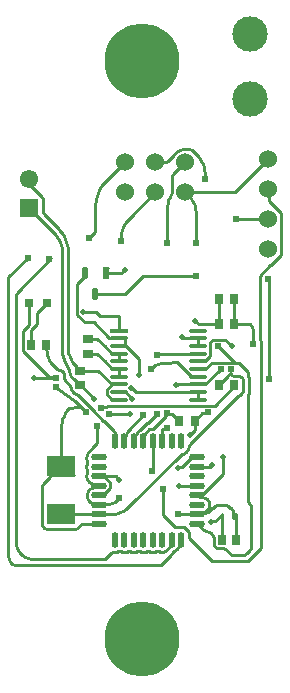
<source format=gtl>
G04*
G04 #@! TF.GenerationSoftware,Altium Limited,Altium Designer,21.7.2 (23)*
G04*
G04 Layer_Physical_Order=1*
G04 Layer_Color=255*
%FSLAX25Y25*%
%MOIN*%
G70*
G04*
G04 #@! TF.SameCoordinates,BBFDD30D-88FA-400C-AE8C-9891A4E3AC37*
G04*
G04*
G04 #@! TF.FilePolarity,Positive*
G04*
G01*
G75*
%ADD14C,0.01000*%
%ADD16R,0.03150X0.03150*%
%ADD17R,0.02987X0.03197*%
%ADD18R,0.02153X0.04168*%
G04:AMPARAMS|DCode=19|XSize=41.68mil|YSize=21.53mil|CornerRadius=10.77mil|HoleSize=0mil|Usage=FLASHONLY|Rotation=270.000|XOffset=0mil|YOffset=0mil|HoleType=Round|Shape=RoundedRectangle|*
%AMROUNDEDRECTD19*
21,1,0.04168,0.00000,0,0,270.0*
21,1,0.02015,0.02153,0,0,270.0*
1,1,0.02153,0.00000,-0.01008*
1,1,0.02153,0.00000,0.01008*
1,1,0.02153,0.00000,0.01008*
1,1,0.02153,0.00000,-0.01008*
%
%ADD19ROUNDEDRECTD19*%
%ADD20R,0.02953X0.03347*%
G04:AMPARAMS|DCode=21|XSize=58.36mil|YSize=16.46mil|CornerRadius=8.23mil|HoleSize=0mil|Usage=FLASHONLY|Rotation=0.000|XOffset=0mil|YOffset=0mil|HoleType=Round|Shape=RoundedRectangle|*
%AMROUNDEDRECTD21*
21,1,0.05836,0.00000,0,0,0.0*
21,1,0.04190,0.01646,0,0,0.0*
1,1,0.01646,0.02095,0.00000*
1,1,0.01646,-0.02095,0.00000*
1,1,0.01646,-0.02095,0.00000*
1,1,0.01646,0.02095,0.00000*
%
%ADD21ROUNDEDRECTD21*%
%ADD22R,0.05836X0.01646*%
%ADD23O,0.05315X0.02165*%
%ADD24O,0.02165X0.05315*%
%ADD25R,0.02205X0.02047*%
%ADD26R,0.03197X0.02987*%
%ADD27R,0.03347X0.02953*%
%ADD28R,0.09449X0.06693*%
%ADD29R,0.02047X0.02205*%
%ADD39C,0.11811*%
%ADD40C,0.06102*%
%ADD41R,0.06102X0.06102*%
%ADD46C,0.06000*%
%ADD47C,0.25000*%
%ADD48C,0.02000*%
%ADD49C,0.02400*%
D14*
X174218Y170161D02*
X173255Y170098D01*
X172308Y169910D01*
X171394Y169600D01*
X170528Y169173D01*
X169726Y168637D01*
X169000Y168000D01*
X174218Y170161D02*
X174230Y170161D01*
X184906Y125448D02*
X185320Y125358D01*
X186754Y120333D02*
X187641Y120856D01*
X188254Y121684D01*
X188495Y122685D01*
X188325Y123701D01*
X187771Y124570D01*
X186923Y125153D01*
X185913Y125358D01*
X194482Y165471D02*
X194767Y165724D01*
X179781Y139795D02*
X179772Y139792D01*
X179781Y139795D02*
X180719Y140315D01*
X181364Y141172D01*
X181606Y142217D01*
X179473Y139720D02*
X178947Y139447D01*
X198566Y159376D02*
X198120Y159120D01*
X154984Y119626D02*
X155964Y119674D01*
X156935Y119818D01*
X157887Y120057D01*
X158811Y120387D01*
X159698Y120807D01*
X160540Y121311D01*
X161328Y121896D01*
X162055Y122555D01*
X179473Y139720D02*
X179689Y139765D01*
X198566Y159376D02*
X199374Y159910D01*
X199686Y160827D01*
X181895Y142895D02*
X181606Y142217D01*
X144752Y159248D02*
X144093Y159538D01*
X141618Y155106D02*
X140947Y154289D01*
X140366Y153406D01*
X139882Y152466D01*
X139499Y151481D01*
X139223Y150461D01*
X139056Y149417D01*
X139000Y148361D01*
X153148Y150696D02*
X153238Y150607D01*
X151654Y129081D02*
X151639Y129097D01*
X151428Y129319D02*
X151639Y129097D01*
X193787Y108010D02*
X193081Y108301D01*
X189939Y109401D02*
X190261Y108624D01*
X191039Y108301D01*
X189939Y111360D02*
X189915Y111573D01*
X189593Y112436D01*
X189052Y113182D01*
X188331Y113758D01*
X187484Y114120D01*
X186571Y114244D01*
X152902Y104500D02*
X153608Y104791D01*
X124000Y110531D02*
X124092Y109484D01*
X124364Y108468D01*
X124808Y107515D01*
X125411Y106654D01*
X126154Y105911D01*
X127015Y105308D01*
X127968Y104864D01*
X128983Y104592D01*
X130031Y104500D01*
X132776Y116154D02*
X133215Y115093D01*
X134276Y114654D01*
X169500Y134000D02*
X169575Y134181D01*
X148947Y140841D02*
X149500Y141731D01*
X148947Y140841D02*
X148147Y140229D01*
X147642Y139357D01*
X147509Y138359D01*
X147768Y137385D01*
X199686Y164173D02*
X199247Y165234D01*
X198186Y165673D01*
X166854Y145277D02*
X166535Y144589D01*
X166425Y143839D01*
X165467Y147812D02*
X165512Y147831D01*
X166340Y148659D02*
X166329Y148649D01*
X165467Y147812D02*
X164745Y147375D01*
X164202Y146728D01*
X163897Y145941D01*
X198961Y105901D02*
X200043Y106073D01*
X201018Y106570D01*
X201793Y107344D01*
X202290Y108320D01*
X202461Y109401D01*
X184000Y219358D02*
X183952Y220338D01*
X183808Y221309D01*
X183569Y222261D01*
X183239Y223185D01*
X182819Y224072D01*
X182315Y224914D01*
X181730Y225702D01*
X181071Y226429D01*
X151357Y119500D02*
X151661Y119626D01*
X133067Y129709D02*
X132776Y129003D01*
X135464Y132106D02*
X135753Y132795D01*
X146126Y116476D02*
X145170Y115752D01*
X143724Y114654D02*
X144632Y114959D01*
X145170Y115752D01*
X144760Y159240D02*
X144752Y159248D01*
X141816Y167325D02*
X141704Y167599D01*
X139500Y173152D02*
X139650Y172215D01*
X139663Y172177D02*
X140094Y171104D01*
X153429Y229929D02*
X152770Y229202D01*
X152185Y228414D01*
X151681Y227572D01*
X151261Y226685D01*
X150931Y225761D01*
X150692Y224809D01*
X150548Y223838D01*
X150500Y222858D01*
X178464Y109133D02*
X178363Y108896D01*
X176833Y107188D02*
X177798Y107863D01*
X178363Y108896D01*
X175353Y105833D02*
X175227Y105727D01*
X175353Y105833D02*
X176409Y106861D01*
X171586Y102500D02*
X172291Y102791D01*
X121500Y105500D02*
X121647Y104573D01*
X122073Y103737D01*
X122737Y103073D01*
X123573Y102647D01*
X124500Y102500D01*
X123965Y174327D02*
X123993Y173885D01*
X124000Y173768D02*
X123993Y173885D01*
X178464Y109133D02*
X178881Y110109D01*
X179024Y111161D01*
X176833Y107188D02*
X176409Y106861D01*
X174024Y237000D02*
X174730Y237291D01*
X176399Y238960D02*
X176561Y239177D01*
X184595Y238865D02*
X184087Y239718D01*
X183404Y240438D01*
X182580Y240990D01*
X181655Y241349D01*
X180674Y241497D01*
X179684Y241425D01*
X178735Y241139D01*
X177870Y240652D01*
X177134Y239987D01*
X176561Y239177D01*
X187016Y232342D02*
X186965Y233355D01*
X186811Y234358D01*
X186556Y235341D01*
X186203Y236292D01*
X185755Y237203D01*
X185217Y238064D01*
X184595Y238865D01*
X176481Y232981D02*
X176190Y232276D01*
X176156Y228176D02*
X176190Y228428D01*
X175815Y226200D02*
X175250Y225284D01*
X174837Y224290D01*
X174585Y223244D01*
X174500Y222172D01*
X176156Y228176D02*
X176004Y226822D01*
X175815Y226200D02*
X176004Y226822D01*
X178399Y150399D02*
X178441Y150500D01*
X163777Y145634D02*
X163403Y144771D01*
X163276Y143839D01*
X163777Y145634D02*
X163897Y145941D01*
X161743Y147743D02*
X161057Y146907D01*
X160546Y145952D01*
X160232Y144916D01*
X160126Y143839D01*
X202923Y180986D02*
X202707Y182076D01*
X202089Y183000D01*
X147769Y133363D02*
X147507Y132357D01*
X147664Y131328D01*
X148214Y130446D01*
X149068Y129851D01*
X150087Y129642D01*
X151428Y129319D02*
X150697Y129642D01*
X150080Y128930D02*
X150198Y129075D01*
X149385Y128411D02*
X149810Y128661D01*
X137567Y167933D02*
X138276Y167638D01*
X140024Y164914D02*
X140318Y164206D01*
X156685Y147315D02*
X156667Y147333D01*
X156976Y146609D02*
X156685Y147315D01*
X147769Y133363D02*
X147768Y134236D01*
X147768Y136512D02*
X147504Y135374D01*
X147768Y134236D01*
X147768Y136512D02*
Y137385D01*
X184339Y119626D02*
X185271Y119681D01*
X186190Y119845D01*
X187083Y120116D01*
X187939Y120490D01*
X188745Y120961D01*
X189489Y121525D01*
X184034Y119500D02*
X184339Y119626D01*
X184339Y119626D02*
X185496Y119784D01*
X186569Y120247D01*
X186754Y120333D02*
X186569Y120247D01*
X201686Y164173D02*
X201540Y165173D01*
X201500Y165450D02*
X201540Y165173D01*
X201540Y159827D02*
X201500Y159550D01*
Y123874D02*
X201711Y123264D01*
X202461Y121099D02*
X202268Y122245D01*
X201711Y123264D01*
X201540Y159827D02*
X201686Y160827D01*
X156487Y107051D02*
X155596Y106779D01*
X171895Y107141D02*
X171583Y107192D01*
X171895Y107141D02*
X172891Y107009D01*
X173863Y107268D01*
X174662Y107879D01*
X175167Y108748D01*
X168745Y107141D02*
X168434Y107192D01*
X170716D02*
X170399Y107139D01*
X168745Y107141D02*
X169572Y107004D01*
X170399Y107139D01*
X167566Y107192D02*
X167250Y107139D01*
X165596Y107141D02*
X166423Y107004D01*
X167250Y107139D01*
X165596Y107141D02*
X165284Y107192D01*
X162446Y107141D02*
X162134Y107192D01*
X164417D02*
X164100Y107139D01*
X162446Y107141D02*
X163273Y107004D01*
X164100Y107139D01*
X161267Y107192D02*
X160951Y107139D01*
X161929Y218429D02*
X161270Y217702D01*
X160685Y216914D01*
X160181Y216072D01*
X159761Y215185D01*
X159431Y214261D01*
X159192Y213309D01*
X159048Y212338D01*
X159000Y211358D01*
X135000Y204500D02*
X135853Y204853D01*
X124291Y193291D02*
X124000Y192586D01*
X123993Y178115D02*
X124000Y178232D01*
X123993Y178115D02*
X123965Y177673D01*
X159297Y107141D02*
X160124Y107004D01*
X160951Y107139D01*
X159297Y107141D02*
X158985Y107192D01*
X158118D02*
X157801Y107139D01*
X156487Y107051D02*
X157801Y107139D01*
X139500Y206369D02*
X139452Y207350D01*
X139308Y208320D01*
X139069Y209272D01*
X138739Y210196D01*
X138319Y211083D01*
X137815Y211925D01*
X137230Y212713D01*
X136571Y213440D01*
X141500Y206369D02*
X141455Y207413D01*
X141319Y208449D01*
X141093Y209469D01*
X140779Y210465D01*
X140381Y211430D01*
X139899Y212357D01*
X139339Y213239D01*
X138704Y214069D01*
X138000Y214840D01*
X141552Y172834D02*
X141886Y171994D01*
X142295Y171188D01*
X142774Y170423D01*
X143321Y169703D01*
X143931Y169036D01*
X132984Y220270D02*
X133275Y219565D01*
X141500Y173147D02*
X141552Y172834D01*
X175252Y108930D02*
X175167Y108748D01*
X175252Y108930D02*
X175716Y110003D01*
X175874Y111161D01*
X153130Y122776D02*
X154121Y122841D01*
X155095Y123034D01*
X156036Y123354D01*
X156927Y123793D01*
X157753Y124345D01*
X158500Y125000D01*
X149867Y123276D02*
X150730Y122903D01*
X151661Y122776D01*
X149867Y123276D02*
X149555Y123398D01*
X149385Y128411D02*
X148513Y127973D01*
X147866Y127244D01*
X147535Y126327D01*
X147568Y125352D01*
X147960Y124459D01*
X148655Y123775D01*
X149555Y123398D01*
X195372Y121761D02*
X194819Y122372D01*
X194026Y122599D01*
X196470Y120591D02*
X196474Y120587D01*
X191039Y122599D02*
X190268Y122385D01*
X189716Y121806D01*
X195535Y166673D02*
X195828Y165966D01*
X196535Y165673D01*
X193833Y164710D02*
X193513Y164421D01*
X193908Y164876D02*
X193833Y164710D01*
X194243Y165299D02*
X193908Y164876D01*
X194720Y165857D02*
X194655Y165785D01*
X194243Y165299D02*
X194353Y165414D01*
X139650Y172215D02*
X139653Y172204D01*
X139663Y172177D01*
X142401Y161708D02*
X142110Y162413D01*
X140024Y166138D02*
X139584Y167198D01*
X138524Y167638D01*
X134089Y174816D02*
X134217Y173813D01*
X134446Y172827D01*
X134774Y171870D01*
X135196Y170951D01*
X135710Y170080D01*
X136308Y169264D01*
X136986Y168514D01*
X142492Y165459D02*
X143242Y164627D01*
X143670Y164362D02*
X143414Y164542D01*
X131861Y226177D02*
X132133Y225982D01*
X128433Y230019D02*
X128725Y229314D01*
X132984Y224630D02*
X132754Y225429D01*
X132133Y225982D01*
X195372Y121761D02*
X195555Y121506D01*
X189489Y121525D02*
X189716Y121806D01*
X128941Y181006D02*
X131069Y183134D01*
Y186797D01*
X134272Y190000D01*
X128941Y176000D02*
Y181006D01*
Y176000D02*
X129571Y176630D01*
X160229Y201000D02*
X160500D01*
X154102Y199952D02*
X159181D01*
X160229Y201000D01*
X154102Y199952D02*
Y200959D01*
X154679Y201536D01*
X192533Y111000D02*
Y119395D01*
X189000Y117000D02*
X189191Y117191D01*
X192533Y119395D02*
Y119500D01*
X190329Y117191D02*
X192533Y119395D01*
X189191Y117191D02*
X190329D01*
X162832Y158040D02*
Y158062D01*
X160587Y160307D02*
X162832Y158062D01*
X158332Y160307D02*
X160587D01*
X130000Y165000D02*
X130035Y165035D01*
X137500D01*
X126365Y180693D02*
X128366Y182694D01*
X126365Y173871D02*
Y180693D01*
X128366Y182694D02*
Y190000D01*
X126365Y173871D02*
X134976Y165259D01*
X137276D01*
X137500Y165035D01*
X178414Y128907D02*
X178583Y129075D01*
X184339D01*
X153236Y132224D02*
X157276D01*
X151661D02*
X153236D01*
X157276D02*
X158500Y131000D01*
X153236Y132224D02*
X155419Y130042D01*
X153173Y125925D02*
X155419Y128171D01*
Y130042D01*
X151661Y125925D02*
X153173D01*
X183739Y184128D02*
X184867Y183000D01*
X191806D01*
X179500Y178500D02*
X179656Y178344D01*
X184695D02*
X184818Y178220D01*
X179656Y178344D02*
X184695D01*
X177500Y162500D02*
X177771D01*
X178137Y162866D01*
X187074D01*
X191941Y167476D02*
X192465Y168000D01*
X187074Y162866D02*
X191684Y167476D01*
X191941D01*
X184818Y175661D02*
Y178220D01*
X191806Y183000D02*
Y191481D01*
X155000Y153000D02*
X162000D01*
X160053Y178220D02*
X160352Y177922D01*
Y175897D02*
Y177922D01*
Y175897D02*
X165000Y171249D01*
X158332Y178220D02*
X160053D01*
X165000Y166000D02*
Y171249D01*
X162527Y161516D02*
X162798D01*
X164006Y160307D02*
X184818D01*
X162798Y161516D02*
X164006Y160307D01*
X156077Y162866D02*
X158332D01*
X154314Y161103D02*
X156077Y162866D01*
X154314Y159511D02*
Y161103D01*
Y159511D02*
X156077Y157748D01*
X158332D01*
X145605Y162533D02*
X150000Y158138D01*
Y158000D02*
Y158138D01*
X145500Y162533D02*
X145605D01*
X174230Y170161D02*
X174230D01*
X171000Y172500D02*
X171379D01*
X171981Y173102D01*
X174230Y170161D02*
X177468Y170200D01*
X185320Y125358D02*
X185913D01*
X184906Y125448D02*
X185436D01*
X183559Y150500D02*
Y150697D01*
Y147559D02*
Y150500D01*
X185436Y125448D02*
X193000Y133012D01*
Y138500D01*
X189229Y136000D02*
X189500D01*
X182000Y146000D02*
X183559Y147559D01*
X181895Y142895D02*
X198120Y159120D01*
X179473Y139720D02*
Y139720D01*
X179781Y139795D02*
Y139795D01*
X162055Y122555D02*
X178947Y139447D01*
X181895Y142895D02*
X181895Y142895D01*
X179689Y139765D02*
X179772Y139792D01*
X184000Y210000D02*
Y219358D01*
X152500Y155000D02*
X152768Y155268D01*
X154547Y155800D02*
X190207D01*
X196710Y162303D01*
X152768Y155268D02*
X154015D01*
X196710Y162303D02*
Y162500D01*
X154015Y155268D02*
X154547Y155800D01*
X143446Y159939D02*
X144093Y159538D01*
X142401Y161276D02*
X142801Y160583D01*
X149800Y154453D02*
X153148Y150696D01*
X144760Y159240D02*
X145346Y158654D01*
X141618Y155106D02*
X144740Y155432D01*
X145568D01*
X137725Y161706D02*
X138042Y161389D01*
X145346Y158654D02*
X148453Y155800D01*
X143568Y157432D02*
X145568Y155432D01*
X147500Y153500D01*
X138042Y161389D02*
X143568Y157432D01*
X142801Y160583D02*
X143446Y159939D01*
X148453Y155800D02*
X149800Y154453D01*
X142401Y161276D02*
Y161708D01*
X137500Y161965D02*
X137725Y161706D01*
X158332Y157748D02*
X160587D01*
X158332Y162866D02*
X160588D01*
X158332Y165425D02*
Y167984D01*
Y170543D02*
Y173102D01*
X153560Y175619D02*
X156077Y173102D01*
X143931Y169036D02*
X144391Y168576D01*
X145500Y167467D02*
X151476D01*
X156077Y162866D01*
X153560Y170501D02*
X156077Y167984D01*
X148000Y172941D02*
X151173D01*
X153560Y170554D01*
Y170501D02*
Y170554D01*
X156077Y167984D02*
X158332D01*
X151173Y178059D02*
X153560Y175673D01*
X148000Y178059D02*
X151173D01*
X153560Y175619D02*
Y175673D01*
X156077Y173102D02*
X158332D01*
X150000Y183500D02*
X155156Y178344D01*
X158209D02*
X158332Y178220D01*
X155156Y178344D02*
X158209D01*
X158332Y180779D02*
Y185516D01*
X149810Y128661D02*
X149810Y128661D01*
X150080Y128930D02*
X150080Y128930D01*
X151654Y129075D02*
X151661Y129075D01*
X151654Y129075D02*
Y129081D01*
Y129081D01*
X150198Y129075D02*
X151654D01*
X151661D01*
X188603Y135374D02*
X189229Y136000D01*
X184339Y135374D02*
X188603D01*
X184818Y157748D02*
Y160307D01*
X188836Y177042D02*
X189594Y177800D01*
X188836Y172306D02*
Y177042D01*
X187074Y170543D02*
X188836Y172306D01*
X184818Y170543D02*
X187074D01*
X187074Y167984D02*
X189213Y170124D01*
X196876D01*
X184818Y167984D02*
X187074D01*
X196876Y170124D02*
X198376D01*
X191500Y175500D02*
X196876Y170124D01*
X171981Y173102D02*
X184818D01*
X177468Y170200D02*
X177788D01*
X182563Y165425D02*
X184818D01*
X177788Y170200D02*
X182563Y165425D01*
X144400Y196446D02*
X146898Y198944D01*
X144400Y186130D02*
X147030Y183500D01*
X150000D01*
X146898Y198944D02*
Y199952D01*
X144400Y186130D02*
Y196446D01*
X150500Y193048D02*
X160450D01*
X166402Y199000D01*
X195895Y105901D02*
X198961Y105901D01*
X191039Y108301D02*
X193081D01*
X184339Y116476D02*
X186571Y114244D01*
X189939Y109401D02*
Y111360D01*
X193787Y108010D02*
X195895Y105901D01*
X124000Y110531D02*
Y173768D01*
X153608Y104791D02*
X155596Y106779D01*
X153608Y104791D02*
X153608Y104791D01*
X130031Y104500D02*
X152902D01*
X132776Y116154D02*
Y129003D01*
X134276Y114654D02*
X143724D01*
X179431Y135191D02*
X182764Y138524D01*
X178000Y135000D02*
X178191Y135191D01*
X182764Y138524D02*
X184339D01*
X178191Y135191D02*
X179431D01*
X169575Y134181D02*
Y143839D01*
X153238Y150607D02*
X156667Y147333D01*
X149500Y141731D02*
X151000Y143231D01*
Y149000D01*
X150600Y187000D02*
X152085Y185516D01*
X146500Y187000D02*
X150600D01*
X152085Y185516D02*
X158332D01*
X196535Y165673D02*
X198186D01*
X199686Y160827D02*
Y164173D01*
X193700Y177800D02*
X196000Y175500D01*
X189594Y177800D02*
X193700D01*
X148500Y211500D02*
X150500Y213500D01*
Y222858D01*
X197500Y218000D02*
X208000D01*
X208500Y164500D02*
Y198000D01*
X172724Y148000D02*
X174500D01*
X201239Y103901D02*
X205624Y108286D01*
X205300Y177751D02*
X205624Y177428D01*
X212500Y206136D02*
Y219864D01*
X205300Y177751D02*
Y199118D01*
X208991Y202627D02*
X212500Y206136D01*
X208809Y202627D02*
X208991D01*
X205300Y199118D02*
X208809Y202627D01*
X205624Y108286D02*
Y177428D01*
X208000Y198000D02*
X208500D01*
X174334Y148166D02*
X174500Y148000D01*
X174334Y148166D02*
Y148312D01*
X172724Y143839D02*
Y148000D01*
X166425Y143839D02*
Y145729D01*
X173700Y152121D02*
X174500Y152921D01*
X173700Y152055D02*
Y152121D01*
X173659Y152014D02*
X173700Y152055D01*
X168505Y147996D02*
X169815D01*
X173659Y151841D01*
X166992Y146483D02*
X168505Y147996D01*
X166992Y146296D02*
Y146483D01*
X174500Y152921D02*
Y153300D01*
X166425Y145729D02*
X166992Y146296D01*
X173659Y151841D02*
Y152014D01*
X166340Y148659D02*
X167677Y149996D01*
X167996D02*
X171000Y153000D01*
X167677Y149996D02*
X167996D01*
X165512Y147831D02*
X166329Y148649D01*
X161743Y147743D02*
X166500Y152500D01*
X176106Y153032D02*
X178441Y150697D01*
X174500Y153300D02*
X174768Y153032D01*
X178441Y150500D02*
Y150697D01*
X174768Y153032D02*
X176106D01*
X173000Y119263D02*
Y128000D01*
X176944Y115319D02*
X180093D01*
X173000Y119263D02*
X176944Y115319D01*
X180093D02*
X181606Y113806D01*
X189270Y103901D02*
X201239D01*
X181606Y111565D02*
X189270Y103901D01*
X181606Y111565D02*
Y113806D01*
X208278Y224086D02*
X212500Y219864D01*
X208278Y224086D02*
Y227722D01*
X208000Y228000D02*
X208278Y227722D01*
X202461Y109401D02*
Y121099D01*
X197000Y227000D02*
X208000Y238000D01*
X180500Y227000D02*
X197000D01*
X139000Y135642D02*
Y148361D01*
X151661Y119626D02*
X154984D01*
X139000Y119500D02*
X151357D01*
X135753Y132795D02*
X143224D01*
X135753D02*
X135753D01*
X135464Y132106D02*
X135464Y132106D01*
X133067Y129709D02*
X135464Y132106D01*
X133067Y129709D02*
X133067Y129709D01*
X146126Y116476D02*
X151661D01*
X146126D02*
X146126D01*
X139000Y135642D02*
X143224Y132795D01*
X141816Y167325D02*
X142492Y165459D01*
X140094Y171104D02*
X141704Y167599D01*
X139500Y173152D02*
X139500Y206369D01*
X153429Y229929D02*
X160500Y237000D01*
X196740Y183000D02*
Y191481D01*
X121500Y198500D02*
X128000Y205000D01*
X178363Y108896D02*
X178363Y108896D01*
X172291Y102791D02*
X175227Y105727D01*
X172291Y102791D02*
X172291Y102791D01*
X124500Y102500D02*
X171586D01*
X121500Y105500D02*
Y198500D01*
X135853Y204853D02*
X135853Y204853D01*
X124291Y193291D02*
X135853Y204853D01*
X170500Y237000D02*
X174024D01*
X174730Y237291D02*
X176399Y238960D01*
X174730Y237291D02*
X174730Y237291D01*
X187016Y231300D02*
Y232342D01*
X176481Y232981D02*
X180500Y237000D01*
X176190Y228428D02*
Y232276D01*
X174500Y210000D02*
Y222172D01*
X202923Y176309D02*
Y180986D01*
X183559Y150697D02*
X186094Y153232D01*
X187732D02*
X188000Y153500D01*
X186094Y153232D02*
X187732D01*
X166402Y199000D02*
X184000D01*
X149810Y128661D02*
X150080Y128930D01*
X150087Y129642D02*
X150697D01*
X140318Y164206D02*
X142110Y162413D01*
X136986Y168514D02*
X137567Y167933D01*
X156976Y143839D02*
Y146609D01*
X178000Y119500D02*
X184034D01*
X201686Y160827D02*
Y164173D01*
X201500Y165450D02*
Y167000D01*
Y123874D02*
Y159550D01*
X198376Y170124D02*
X201500Y167000D01*
X170399Y107139D02*
Y107139D01*
X170716Y107192D02*
X171583D01*
X170716D02*
X170716D01*
X167566D02*
X168434D01*
X167566D02*
X167566D01*
X167250Y107139D02*
Y107139D01*
X164100Y107139D02*
Y107139D01*
X164417Y107192D02*
X165284D01*
X164417D02*
X164417D01*
X161267D02*
X162134D01*
X161267D02*
X161267D01*
X160951Y107139D02*
Y107139D01*
X161929Y218429D02*
X170500Y227000D01*
X159000Y210500D02*
Y211358D01*
X124000Y178232D02*
Y192586D01*
Y178232D02*
Y178232D01*
X157801Y107139D02*
Y107139D01*
X158118Y107192D02*
X158985D01*
X158118D02*
X158118D01*
X123965Y174327D02*
Y177673D01*
X141500Y173147D02*
Y206369D01*
X133275Y219565D02*
X138000Y214840D01*
X128433Y221579D02*
X136571Y213440D01*
X141552Y172834D02*
X141552Y172834D01*
X151661Y122776D02*
X153130D01*
X196740Y183000D02*
X202089D01*
X196474Y118401D02*
Y120587D01*
X191039Y122599D02*
X194026D01*
X192733Y163642D02*
X193513Y164421D01*
X194720Y165857D02*
X195535Y166673D01*
X194720Y165857D02*
X194720Y165857D01*
X194353Y165414D02*
X194655Y165785D01*
X191592Y162500D02*
X192568Y163642D01*
X192733D01*
X144401Y168461D02*
X145500Y167467D01*
X139650Y172215D02*
X139650Y172215D01*
X140024Y164914D02*
Y166138D01*
X138276Y167638D02*
X138524D01*
X134089Y174816D02*
Y174827D01*
X143242Y164627D02*
X143414Y164542D01*
X134059Y176000D02*
X134089Y174827D01*
X139663Y172177D02*
X139663Y172177D01*
X143670Y164362D02*
X143676Y164357D01*
X144421Y163612D01*
X128433Y230019D02*
Y231421D01*
X128725Y229314D02*
X131861Y226177D01*
X132984Y220270D02*
Y224630D01*
X144391Y168576D02*
X144401Y168461D01*
X144421Y163526D02*
X145500Y162533D01*
X144421Y163526D02*
Y163612D01*
X197467Y111000D02*
Y119500D01*
X196474Y118401D02*
X197467Y119500D01*
X195555Y121506D02*
X196470Y120591D01*
D16*
X128366Y190000D02*
D03*
X134272D02*
D03*
D17*
X197467Y111000D02*
D03*
X192533D02*
D03*
X196740Y183000D02*
D03*
X191806D02*
D03*
X196740Y191481D02*
D03*
X191806D02*
D03*
D18*
X154102Y199952D02*
D03*
D19*
X146898D02*
D03*
X150500Y193048D02*
D03*
D20*
X191592Y162500D02*
D03*
X196710D02*
D03*
X178441Y150500D02*
D03*
X183559D02*
D03*
X134059Y176000D02*
D03*
X128941D02*
D03*
D21*
X184818Y180779D02*
D03*
Y178220D02*
D03*
Y175661D02*
D03*
Y173102D02*
D03*
Y170543D02*
D03*
Y167984D02*
D03*
Y165425D02*
D03*
Y162866D02*
D03*
Y160307D02*
D03*
Y157748D02*
D03*
X158332D02*
D03*
Y160307D02*
D03*
Y162866D02*
D03*
Y165425D02*
D03*
Y167984D02*
D03*
Y170543D02*
D03*
Y173102D02*
D03*
Y175661D02*
D03*
Y178220D02*
D03*
D22*
Y180779D02*
D03*
D23*
X151661Y138524D02*
D03*
Y135374D02*
D03*
Y132224D02*
D03*
Y129075D02*
D03*
Y125925D02*
D03*
Y122776D02*
D03*
Y119626D02*
D03*
Y116476D02*
D03*
X184339D02*
D03*
Y119626D02*
D03*
Y122776D02*
D03*
Y125925D02*
D03*
Y129075D02*
D03*
Y132224D02*
D03*
Y135374D02*
D03*
Y138524D02*
D03*
D24*
X156976Y111161D02*
D03*
X160126D02*
D03*
X163276D02*
D03*
X166425D02*
D03*
X169575D02*
D03*
X172724D02*
D03*
X175874D02*
D03*
X179024D02*
D03*
Y143839D02*
D03*
X175874D02*
D03*
X172724D02*
D03*
X169575D02*
D03*
X166425D02*
D03*
X163276D02*
D03*
X160126D02*
D03*
X156976D02*
D03*
D25*
X192465Y168000D02*
D03*
X195535D02*
D03*
D26*
X145500Y167467D02*
D03*
Y162533D02*
D03*
D27*
X148000Y172941D02*
D03*
Y178059D02*
D03*
D28*
X139000Y135642D02*
D03*
Y119500D02*
D03*
D29*
X137500Y165035D02*
D03*
Y161965D02*
D03*
D39*
X202000Y279500D02*
D03*
Y258000D02*
D03*
D40*
X128433Y231421D02*
D03*
D41*
Y221579D02*
D03*
D46*
X208000Y208000D02*
D03*
Y218000D02*
D03*
Y228000D02*
D03*
Y238000D02*
D03*
X160500Y237000D02*
D03*
X170500D02*
D03*
X180500D02*
D03*
Y227000D02*
D03*
X170500D02*
D03*
X160500D02*
D03*
D47*
X166000Y78000D02*
D03*
Y270500D02*
D03*
D48*
X160500Y201000D02*
D03*
X189000Y117000D02*
D03*
X162832Y158040D02*
D03*
X130000Y165000D02*
D03*
X178414Y128907D02*
D03*
X158500Y131000D02*
D03*
X183739Y184128D02*
D03*
X179500Y178500D02*
D03*
X177500Y162500D02*
D03*
X162000Y153000D02*
D03*
X165000Y166000D02*
D03*
X162527Y161516D02*
D03*
X150000Y158000D02*
D03*
X189500Y136000D02*
D03*
X193000Y138500D02*
D03*
X182000Y146000D02*
D03*
X178000Y135000D02*
D03*
X146500Y187000D02*
D03*
X196000Y175500D02*
D03*
D49*
X169000Y168000D02*
D03*
X171000Y172500D02*
D03*
X147500Y153500D02*
D03*
X152500Y155000D02*
D03*
X155000Y153000D02*
D03*
X148500Y211500D02*
D03*
X197500Y218000D02*
D03*
X208000Y198000D02*
D03*
X208500Y164500D02*
D03*
X174334Y148312D02*
D03*
X171000Y153000D02*
D03*
X166500Y152500D02*
D03*
X174500Y153300D02*
D03*
X173000Y128000D02*
D03*
X169500Y134000D02*
D03*
X128000Y205000D02*
D03*
X187016Y231300D02*
D03*
X184000Y210000D02*
D03*
X191500Y175500D02*
D03*
X174500Y210000D02*
D03*
X202923Y176309D02*
D03*
X188000Y153500D02*
D03*
X151000Y149000D02*
D03*
X184000Y199000D02*
D03*
X159000Y210500D02*
D03*
X135000Y204500D02*
D03*
X178000Y119500D02*
D03*
X158500Y125000D02*
D03*
M02*

</source>
